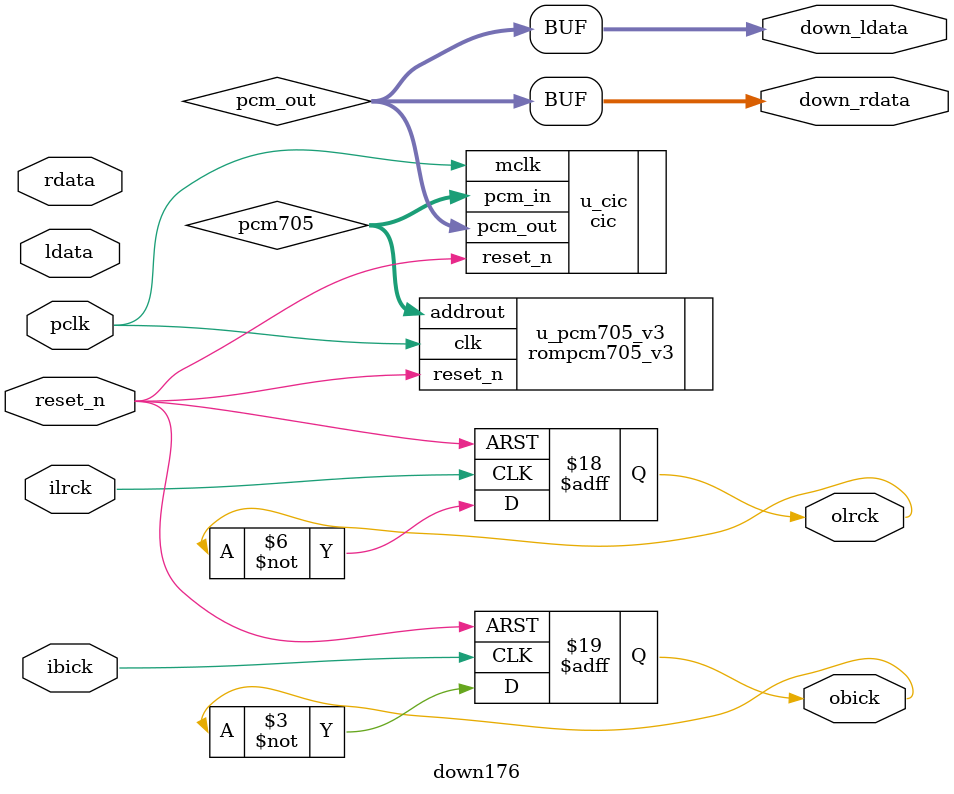
<source format=v>
module down176(
input pclk,
input reset_n,
input ibick,
input [31:0]ldata,
input [31:0]rdata,
input ilrck,
output reg obick,
output reg olrck,
output [31:0]down_ldata,
output [31:0]down_rdata
);
assign down_ldata = pcm_out;
assign down_rdata = pcm_out;
reg [6:0]i;
reg [31:0]y0,y1;
always @(posedge ibick or negedge reset_n)
	begin
	if(reset_n ==0)
		obick <= 1'b0;
	else
		obick <= ~obick;
	end
always @(posedge ilrck or negedge reset_n)
	begin
	if(reset_n == 0)
		olrck <= 1'b0;
	else
	 	olrck <= ~olrck;
	end	
always @(posedge ibick or negedge reset_n)
	begin
		if(reset_n == 1'b0)begin
			i<=0;
			y0<=32'd0;
			y1<=32'd0;

		end
		else begin
		i <= i+1;
		if(i==127)
			begin
			y0 <= ldata;
			y1 <= rdata;
			end
		end	

	end
wire [31:0]pcm705;
rompcm705_v3 u_pcm705_v3(
.clk(pclk),
.reset_n(reset_n),
.addrout(pcm705)
);
wire [31:0]pcm_out;
cic
#(.ILEN(6))//9-441  8-882  7-176.4  6-352.8
 u_cic(
.mclk(pclk),//45.1584MHZ
.reset_n(reset_n),
.pcm_in(pcm705),//352.8khz 
.pcm_out(pcm_out) //44.1khz
);

wire [31:0]topdata;
down768_384 u_down768_384(
.addr(i),
.topdata(topdata)
);

wire [31:0]topdata1;
down768_384_n u_down768_384_n(
.addr(i),
.topdata(topdata1)
);
endmodule

</source>
